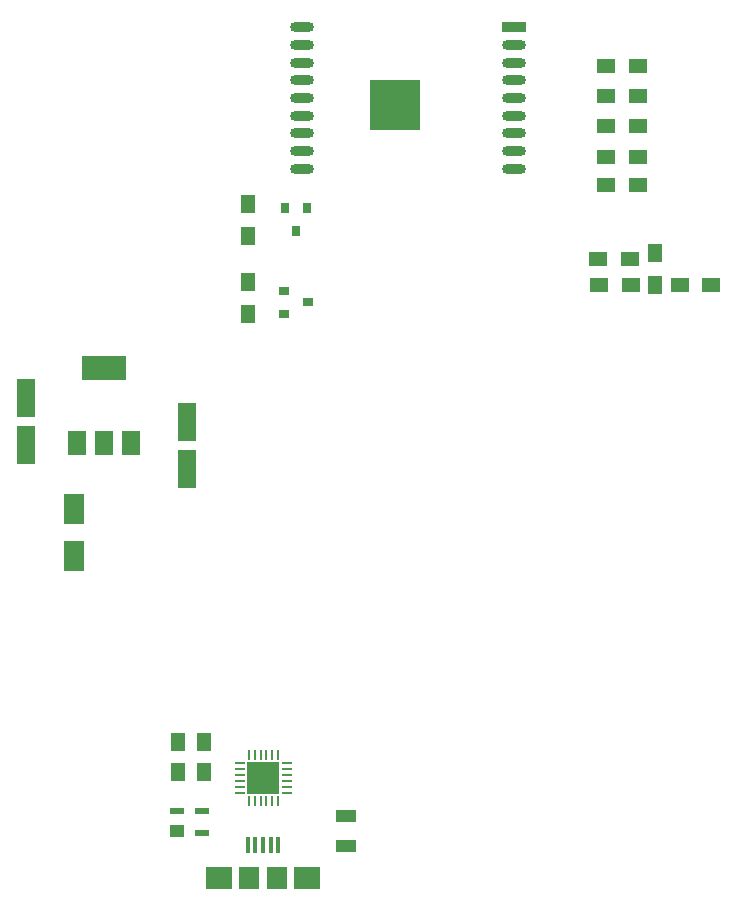
<source format=gbp>
G04 #@! TF.FileFunction,Paste,Bot*
%FSLAX46Y46*%
G04 Gerber Fmt 4.6, Leading zero omitted, Abs format (unit mm)*
G04 Created by KiCad (PCBNEW 4.0.7) date Monday, 12 '12e' March '12e' 2018, 16:45:08*
%MOMM*%
%LPD*%
G01*
G04 APERTURE LIST*
%ADD10C,0.100000*%
%ADD11R,1.250000X1.500000*%
%ADD12R,1.800000X2.500000*%
%ADD13R,1.800000X1.000000*%
%ADD14R,1.800000X1.900000*%
%ADD15R,0.400000X1.350000*%
%ADD16R,2.185000X1.900000*%
%ADD17R,0.900000X0.800000*%
%ADD18R,0.800000X0.900000*%
%ADD19R,1.500000X1.300000*%
%ADD20R,1.300000X1.500000*%
%ADD21R,0.270000X0.810000*%
%ADD22R,0.810000X0.270000*%
%ADD23R,2.700000X2.700000*%
%ADD24R,1.300000X0.990000*%
%ADD25R,1.300000X0.590000*%
%ADD26R,3.800000X2.000000*%
%ADD27R,1.500000X2.000000*%
%ADD28O,2.000000X0.900000*%
%ADD29R,2.000000X0.900000*%
%ADD30R,4.300000X4.300000*%
%ADD31R,1.500000X3.200000*%
G04 APERTURE END LIST*
D10*
D11*
X134250000Y-118250000D03*
X134250000Y-115750000D03*
X132000000Y-118250000D03*
X132000000Y-115750000D03*
D12*
X123250000Y-96000000D03*
X123250000Y-100000000D03*
D13*
X146250000Y-124500000D03*
X146250000Y-122000000D03*
D14*
X138080000Y-127250000D03*
D15*
X139230000Y-124445000D03*
X138580000Y-124445000D03*
X137930000Y-124445000D03*
D16*
X135537500Y-127250000D03*
D14*
X140380000Y-127250000D03*
D15*
X140530000Y-124445000D03*
X139880000Y-124445000D03*
D16*
X142922500Y-127250000D03*
D17*
X141000000Y-79450000D03*
X141000000Y-77550000D03*
X143000000Y-78500000D03*
D18*
X141050000Y-70500000D03*
X142950000Y-70500000D03*
X142000000Y-72500000D03*
D19*
X168300000Y-58500000D03*
X171000000Y-58500000D03*
D20*
X138000000Y-79500000D03*
X138000000Y-76800000D03*
X138000000Y-70150000D03*
X138000000Y-72850000D03*
D19*
X167650000Y-77000000D03*
X170350000Y-77000000D03*
D20*
X172400000Y-74300000D03*
X172400000Y-77000000D03*
D19*
X177200000Y-77000000D03*
X174500000Y-77000000D03*
D21*
X140520000Y-120725000D03*
X140020000Y-120725000D03*
X139520000Y-120725000D03*
X139020000Y-120725000D03*
X138520000Y-120725000D03*
X138020000Y-120725000D03*
D22*
X137315000Y-120020000D03*
X137315000Y-119520000D03*
X137315000Y-119020000D03*
X137315000Y-118520000D03*
X137315000Y-118020000D03*
X137315000Y-117520000D03*
D21*
X138020000Y-116815000D03*
X138520000Y-116815000D03*
X139020000Y-116815000D03*
X139520000Y-116815000D03*
X140020000Y-116815000D03*
X140520000Y-116815000D03*
D22*
X141225000Y-117520000D03*
X141225000Y-118020000D03*
X141225000Y-118520000D03*
X141225000Y-119020000D03*
X141225000Y-119520000D03*
X141225000Y-120020000D03*
D23*
X139250000Y-118750000D03*
D24*
X131975000Y-123260000D03*
D25*
X131975000Y-121540000D03*
X134025000Y-121540000D03*
X134025000Y-123460000D03*
D26*
X125750000Y-84100000D03*
D27*
X125750000Y-90400000D03*
X123450000Y-90400000D03*
X128050000Y-90400000D03*
D28*
X142500000Y-67200000D03*
X160500000Y-67200000D03*
D29*
X160500000Y-55200000D03*
D28*
X160500000Y-56700000D03*
X160500000Y-58200000D03*
X160500000Y-59700000D03*
X160500000Y-61200000D03*
X160500000Y-62700000D03*
X160500000Y-64200000D03*
X160500000Y-65700000D03*
X142500000Y-65700000D03*
X142500000Y-64200000D03*
X142500000Y-62700000D03*
X142500000Y-61200000D03*
X142500000Y-59700000D03*
X142500000Y-58200000D03*
X142500000Y-56700000D03*
X142500000Y-55200000D03*
D30*
X150380000Y-61780000D03*
D19*
X168250000Y-63600000D03*
X170950000Y-63600000D03*
X171000000Y-61000000D03*
X168300000Y-61000000D03*
X170950000Y-66200000D03*
X168250000Y-66200000D03*
D31*
X119200000Y-90600000D03*
X119200000Y-86600000D03*
X132800000Y-92600000D03*
X132800000Y-88600000D03*
D19*
X170300000Y-74800000D03*
X167600000Y-74800000D03*
X171000000Y-68600000D03*
X168300000Y-68600000D03*
M02*

</source>
